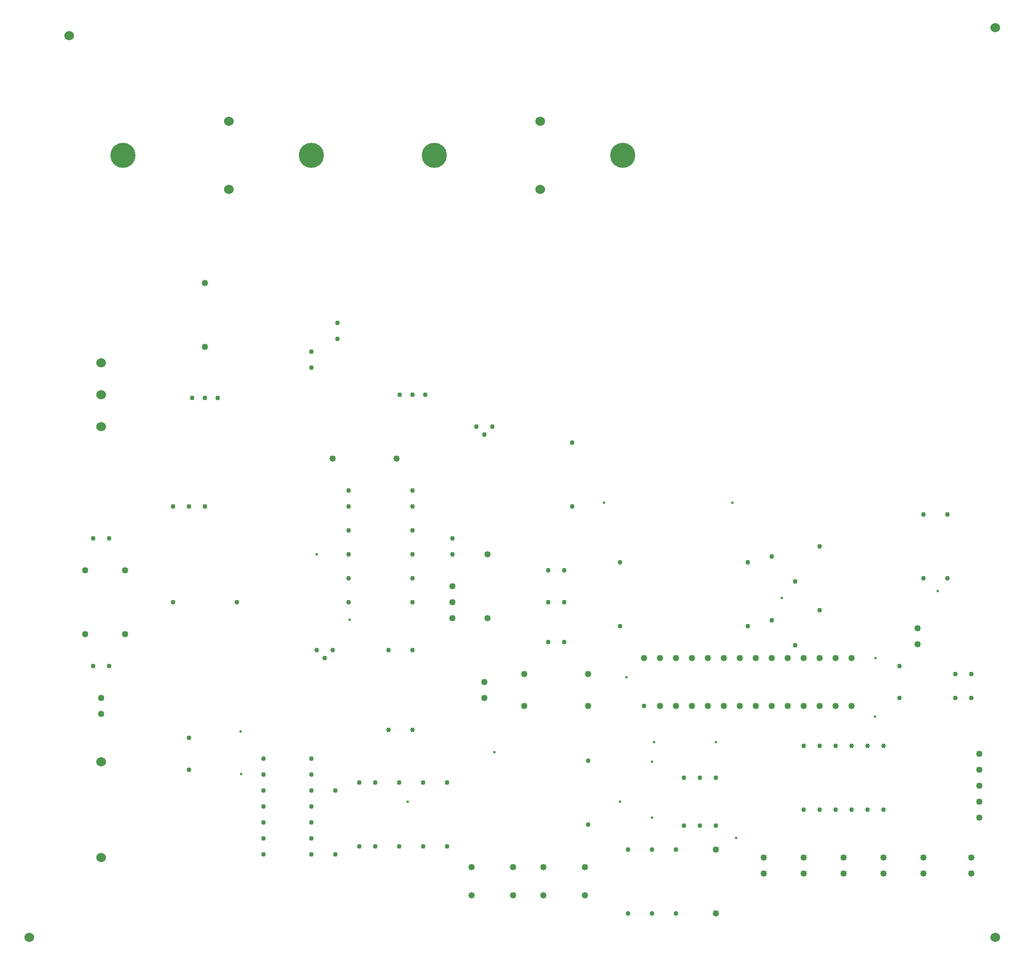
<source format=gbr>
G04 PROTEUS GERBER X2 FILE*
%TF.GenerationSoftware,Labcenter,Proteus,8.15-SP1-Build34318*%
%TF.CreationDate,2023-09-22T11:00:43+00:00*%
%TF.FileFunction,Plated,1,2,PTH*%
%TF.FilePolarity,Positive*%
%TF.Part,Single*%
%TF.SameCoordinates,{daf6ecdc-d2ef-474e-a7a4-287faf42d1bd}*%
%FSLAX45Y45*%
%MOMM*%
G01*
%TA.AperFunction,ViaDrill*%
%ADD74C,0.381000*%
%TA.AperFunction,ComponentDrill*%
%ADD75C,0.762000*%
%ADD76C,1.016000*%
%TA.AperFunction,ComponentDrill*%
%ADD77C,1.524000*%
%TA.AperFunction,ComponentDrill*%
%ADD78C,4.000000*%
%TA.AperFunction,OtherDrill,Unknown*%
%ADD79C,1.524000*%
%TD.AperFunction*%
D74*
X-8695580Y-6034329D03*
X-8706032Y-5365358D03*
X-6044494Y-6482252D03*
X-2667000Y-6477000D03*
X-2119842Y-5529752D03*
X-878920Y-1723217D03*
X-2920328Y-1723217D03*
X+1397000Y-4191000D03*
X+1390504Y-5126123D03*
X-2561634Y-4498841D03*
X+2387387Y-3121995D03*
X-1137633Y-5530761D03*
X-93014Y-3234029D03*
X-818960Y-7051837D03*
X-2159000Y-6731000D03*
X-2159000Y-5842000D03*
X-4663471Y-5694230D03*
X-7493000Y-2540000D03*
X-6967519Y-3581273D03*
D75*
X-2286000Y-4953000D03*
D76*
X-2032000Y-4953000D03*
X-1778000Y-4953000D03*
X-1524000Y-4953000D03*
X-1270000Y-4953000D03*
X-1016000Y-4953000D03*
X-762000Y-4953000D03*
X-508000Y-4953000D03*
X-254000Y-4953000D03*
X+0Y-4953000D03*
X+254000Y-4953000D03*
X+508000Y-4953000D03*
X+762000Y-4953000D03*
X+1016000Y-4953000D03*
X+1016000Y-4191000D03*
X+762000Y-4191000D03*
X+508000Y-4191000D03*
X+254000Y-4191000D03*
X+0Y-4191000D03*
X-254000Y-4191000D03*
X-508000Y-4191000D03*
X-762000Y-4191000D03*
X-1016000Y-4191000D03*
X-1270000Y-4191000D03*
X-1524000Y-4191000D03*
X-1778000Y-4191000D03*
X-2032000Y-4191000D03*
X-2284000Y-4191000D03*
D75*
X+1016000Y-5588000D03*
X+1016000Y-6604000D03*
X+508000Y-5588000D03*
X+508000Y-6604000D03*
X+762000Y-5588000D03*
X+762000Y-6604000D03*
X+1270000Y-5588000D03*
X+1270000Y-6604000D03*
X+254000Y-5588000D03*
X+254000Y-6604000D03*
D76*
X+2070212Y-3975212D03*
X+2070212Y-3721212D03*
D75*
X+1778000Y-4318000D03*
X+1778000Y-4826000D03*
D76*
X+889000Y-7366000D03*
X+889000Y-7620000D03*
X-381000Y-7366000D03*
X-381000Y-7620000D03*
X+2159000Y-7366000D03*
X+2159000Y-7620000D03*
X+1524000Y-7366000D03*
X+1524000Y-7620000D03*
X+254000Y-7366000D03*
X+254000Y-7620000D03*
D75*
X-635000Y-3683000D03*
X-635000Y-2667000D03*
X-254000Y-3594099D03*
X-254000Y-2578099D03*
D76*
X-4191000Y-4953000D03*
X-3175000Y-4953000D03*
D75*
X-3175000Y-6845299D03*
X-3175000Y-5829299D03*
D76*
X-4826000Y-4826000D03*
X-4826000Y-4572000D03*
D75*
X-3810000Y-3302000D03*
X-3556000Y-3302000D03*
X-3556000Y-2794000D03*
X-3810000Y-2794000D03*
D76*
X-4191000Y-4445000D03*
X-3175000Y-4445000D03*
D75*
X-3810000Y-3937000D03*
X-3556000Y-3937000D03*
X-2667000Y-2667000D03*
X-2667000Y-3683000D03*
X-1778000Y-7239000D03*
X-1778000Y-8255000D03*
D76*
X-1143000Y-7239000D03*
X-1143000Y-8255000D03*
D75*
X-1651000Y-6858000D03*
X-1397000Y-6858000D03*
X-1143000Y-6858000D03*
X-1143000Y-6096000D03*
X-1397000Y-6096000D03*
X-1651000Y-6096000D03*
D77*
X-10922000Y-7366000D03*
X-10922000Y-5842000D03*
D75*
X-8339314Y-5795303D03*
X-8339314Y-6049303D03*
X-8339314Y-6303303D03*
X-8339314Y-6557303D03*
X-8339314Y-6811303D03*
X-8339314Y-7065303D03*
X-8339314Y-7319303D03*
X-7577314Y-7319303D03*
X-7577314Y-7065303D03*
X-7577314Y-6811303D03*
X-7577314Y-6557303D03*
X-7577314Y-6303303D03*
X-7577314Y-6049303D03*
X-7577314Y-5795303D03*
X-11049000Y-4318000D03*
X-10795000Y-4318000D03*
D76*
X-10541000Y-2794000D03*
X-10541000Y-3810000D03*
X-11176000Y-3810000D03*
X-11176000Y-2794000D03*
D75*
X-5334000Y-2286000D03*
X-5334000Y-2540000D03*
D76*
X-4775199Y-3556000D03*
X-4775199Y-2540000D03*
D75*
X-6985000Y-1778000D03*
X-5969000Y-1778000D03*
X-6985000Y-2159000D03*
X-5969000Y-2159000D03*
X-6985000Y-1524000D03*
X-5969000Y-1524000D03*
X-11049000Y-2286000D03*
X-10795000Y-2286000D03*
X-2159000Y-7239000D03*
X-2159000Y-8255000D03*
X-2540000Y-8255000D03*
X-2540000Y-7239000D03*
X+508000Y-3429000D03*
X+508000Y-2413000D03*
X+115951Y-3987801D03*
X+115951Y-2971801D03*
D76*
X-3226000Y-7972000D03*
X-3886000Y-7972000D03*
X-3226000Y-7522000D03*
X-3886000Y-7522000D03*
D75*
X+2159000Y-2921000D03*
X+2159000Y-1905000D03*
X+2540000Y-1905000D03*
X+2540000Y-2921000D03*
X-7239000Y-4064000D03*
X-7366000Y-4191000D03*
X-7493000Y-4064000D03*
X-4699000Y-508000D03*
X-4826000Y-635000D03*
X-4953000Y-508000D03*
X-9474199Y-50800D03*
X-9270999Y-50800D03*
X-9067799Y-50800D03*
X-6172200Y+0D03*
X-5969000Y+0D03*
X-5765800Y+0D03*
D77*
X-10922000Y+508000D03*
X-10922000Y+0D03*
X-10922000Y-508000D03*
D76*
X-5334000Y-3048000D03*
X-5334000Y-3302000D03*
X-5334000Y-3556000D03*
D75*
X-9525000Y-5969000D03*
X-9525000Y-5461000D03*
X-9779000Y-3302000D03*
X-8763000Y-3302000D03*
X-9271000Y-1778000D03*
X-9525000Y-1778000D03*
X-9779000Y-1778000D03*
X-6815314Y-7192303D03*
X-6815314Y-6176303D03*
X-6561314Y-6176303D03*
X-6561314Y-7192303D03*
X-5799314Y-7192303D03*
X-5799314Y-6176303D03*
X-6180314Y-6176303D03*
X-6180314Y-7192303D03*
X-5969000Y-2921000D03*
X-6985000Y-2921000D03*
X-5969000Y-3302000D03*
X-6985000Y-3302000D03*
X-3429000Y-1778000D03*
X-3429000Y-762000D03*
X-5969000Y-2540000D03*
X-6985000Y-2540000D03*
X+2667000Y-4826000D03*
X+2921000Y-4826000D03*
X+2667000Y-4445000D03*
X+2921000Y-4445000D03*
X-7572963Y+428037D03*
X-7572963Y+682037D03*
D76*
X-9271000Y+1778000D03*
X-9271000Y+762000D03*
D75*
X-7196314Y-6303303D03*
X-7196314Y-7319303D03*
X-5418314Y-7192303D03*
X-5418314Y-6176303D03*
D76*
X-4369000Y-7972000D03*
X-5029000Y-7972000D03*
X-4369000Y-7522000D03*
X-5029000Y-7522000D03*
D75*
X-5969000Y-5334000D03*
X-5969000Y-4064000D03*
X-6350000Y-5334000D03*
X-6350000Y-4064000D03*
D77*
X-8890000Y+4353560D03*
X-8890000Y+3266440D03*
D78*
X-7576820Y+3810000D03*
X-10574020Y+3810000D03*
D77*
X-3937000Y+4353560D03*
X-3937000Y+3266440D03*
D78*
X-2623820Y+3810000D03*
X-5621020Y+3810000D03*
D79*
X-12065000Y-8636000D03*
X+3302000Y-8636000D03*
X+3302000Y+5842000D03*
X-11430000Y+5715000D03*
D76*
X+2921000Y-7366000D03*
X+2921000Y-7620000D03*
D75*
X+1524000Y-5588000D03*
X+1524000Y-6604000D03*
D76*
X+3048000Y-5715000D03*
X+3048000Y-5969000D03*
X+3048000Y-6223000D03*
X+3048000Y-6477000D03*
X+3048000Y-6731000D03*
X-7239000Y-1016000D03*
X-6223000Y-1016000D03*
D75*
X-7162799Y+1142252D03*
X-7162799Y+888252D03*
D76*
X-10922000Y-4826000D03*
X-10922000Y-5080000D03*
M02*

</source>
